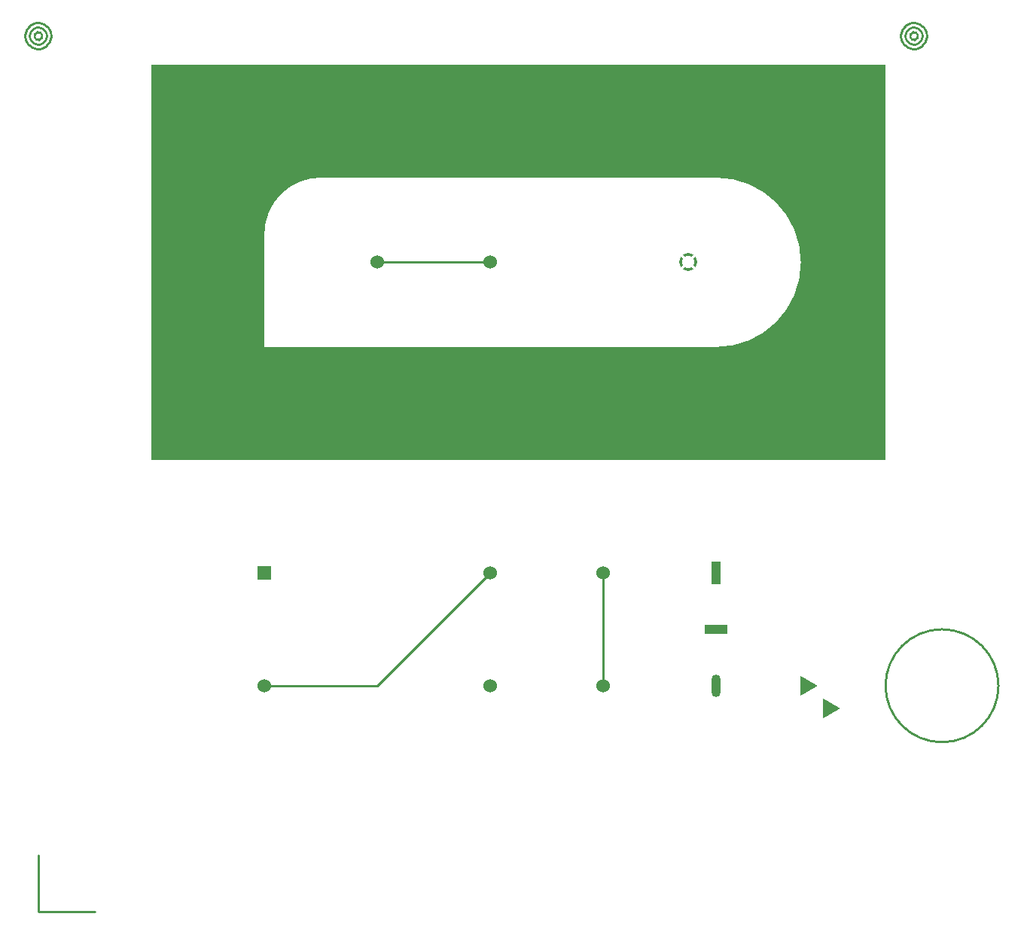
<source format=gbr>
G04 Ucamco ex. 2: Shapes*
%FSLAX26Y26*%
%MOIN*%
%TF.Part,Other,Example*%
%LPD*%
G04 Define Apertures*
%AMTARGET125*
6,0,0,0.125,.01,0.01,3,0.003,0.
150,0*%
%AMTHERMAL80*
7,0,0,0.080,0.055,0.0125,45*%
%ADD10C,0.01*%
%ADD11C,0.06*%
%ADD12R,0.06X0.06*%
%ADD13R,0.04X0.100*%
%ADD14R,0.100X0.04*%
%ADD15O,0.04X0.100*%
%ADD16P,0.100X3*%
%ADD18TARGET125*%
%ADD19THERMAL80*%
G04 Start image generation*
D10*
X0Y250000D02*
G01*
X0Y0D01*
X250000Y0D01*
X1000000Y1000000D02*
X1500000D01*
X2000000Y1500000D01*
X2500000D02*
Y1000000D01*
D11*
X1000000Y1000000D03*
X2000000D03*
X2500000D03*
Y1500000D03*
X2000000D03*
D12*
X1000000Y1500000D03*
D13*
X3000000Y1500000D03*
D14*
Y1250000D03*
D15*
Y1000000D03*
D10*
X3750000Y1000000D02*
G75*
G03*
X3750000Y1000000I250000J0D01*
D16*
X3400000Y1000000D03*
X3500000Y900000D03*
D10*
G36*
X500000Y2000000D02*
G01*
Y3750000D01*
X3750000D01*
Y2000000D01*
X500000D01*
G37*
D18*
X0Y3875000D03*
X3875000Y3875000D03*
%LPC*%
G36*
X1000000Y2500000D02*
Y3000000D01*
G74*
G02*
X1250000Y3250000I250000J0D01*
G01*
X3000000D01*
G75*
G02*
X3000000Y2500000I0J-375000D01*
G01*
X1000000D01*
G37*
%LPD*%
D10*
X1500000Y2875000D02*
X2000000D01*
D11*
X1500000Y2875000D03*
X2000000D03*
D19*
X2875000Y2875000D03*
M02*

</source>
